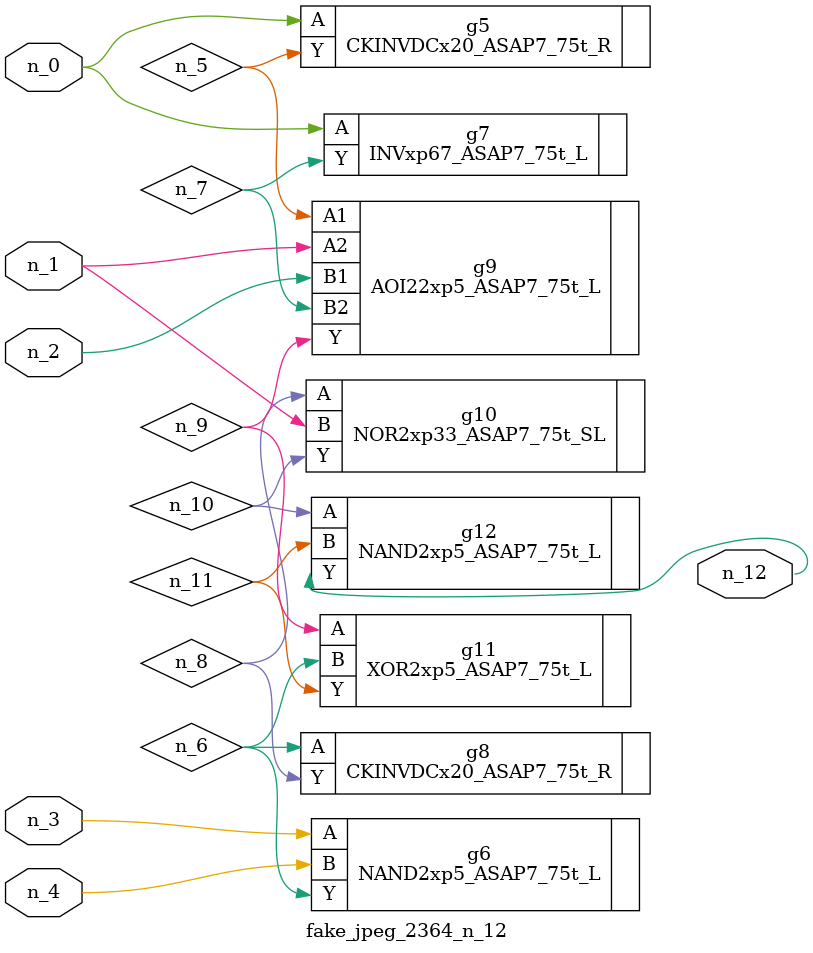
<source format=v>
module fake_jpeg_2364_n_12 (n_3, n_2, n_1, n_0, n_4, n_12);

input n_3;
input n_2;
input n_1;
input n_0;
input n_4;

output n_12;

wire n_11;
wire n_10;
wire n_8;
wire n_9;
wire n_6;
wire n_5;
wire n_7;

CKINVDCx20_ASAP7_75t_R g5 ( 
.A(n_0),
.Y(n_5)
);

NAND2xp5_ASAP7_75t_L g6 ( 
.A(n_3),
.B(n_4),
.Y(n_6)
);

INVxp67_ASAP7_75t_L g7 ( 
.A(n_0),
.Y(n_7)
);

CKINVDCx20_ASAP7_75t_R g8 ( 
.A(n_6),
.Y(n_8)
);

NOR2xp33_ASAP7_75t_SL g10 ( 
.A(n_8),
.B(n_1),
.Y(n_10)
);

AOI22xp5_ASAP7_75t_L g9 ( 
.A1(n_5),
.A2(n_1),
.B1(n_2),
.B2(n_7),
.Y(n_9)
);

XOR2xp5_ASAP7_75t_L g11 ( 
.A(n_9),
.B(n_6),
.Y(n_11)
);

NAND2xp5_ASAP7_75t_L g12 ( 
.A(n_10),
.B(n_11),
.Y(n_12)
);


endmodule
</source>
